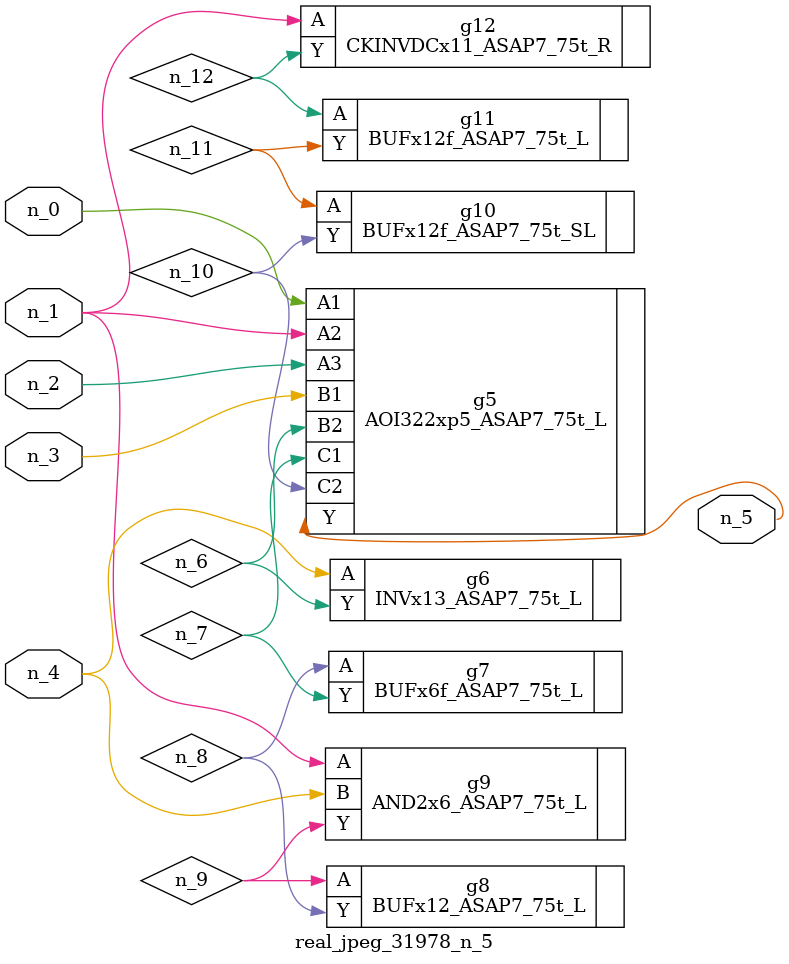
<source format=v>
module real_jpeg_31978_n_5 (n_4, n_0, n_1, n_2, n_3, n_5);

input n_4;
input n_0;
input n_1;
input n_2;
input n_3;

output n_5;

wire n_12;
wire n_8;
wire n_11;
wire n_6;
wire n_7;
wire n_10;
wire n_9;

AOI322xp5_ASAP7_75t_L g5 ( 
.A1(n_0),
.A2(n_1),
.A3(n_2),
.B1(n_3),
.B2(n_6),
.C1(n_7),
.C2(n_10),
.Y(n_5)
);

AND2x6_ASAP7_75t_L g9 ( 
.A(n_1),
.B(n_4),
.Y(n_9)
);

CKINVDCx11_ASAP7_75t_R g12 ( 
.A(n_1),
.Y(n_12)
);

INVx13_ASAP7_75t_L g6 ( 
.A(n_4),
.Y(n_6)
);

BUFx6f_ASAP7_75t_L g7 ( 
.A(n_8),
.Y(n_7)
);

BUFx12_ASAP7_75t_L g8 ( 
.A(n_9),
.Y(n_8)
);

BUFx12f_ASAP7_75t_SL g10 ( 
.A(n_11),
.Y(n_10)
);

BUFx12f_ASAP7_75t_L g11 ( 
.A(n_12),
.Y(n_11)
);


endmodule
</source>
